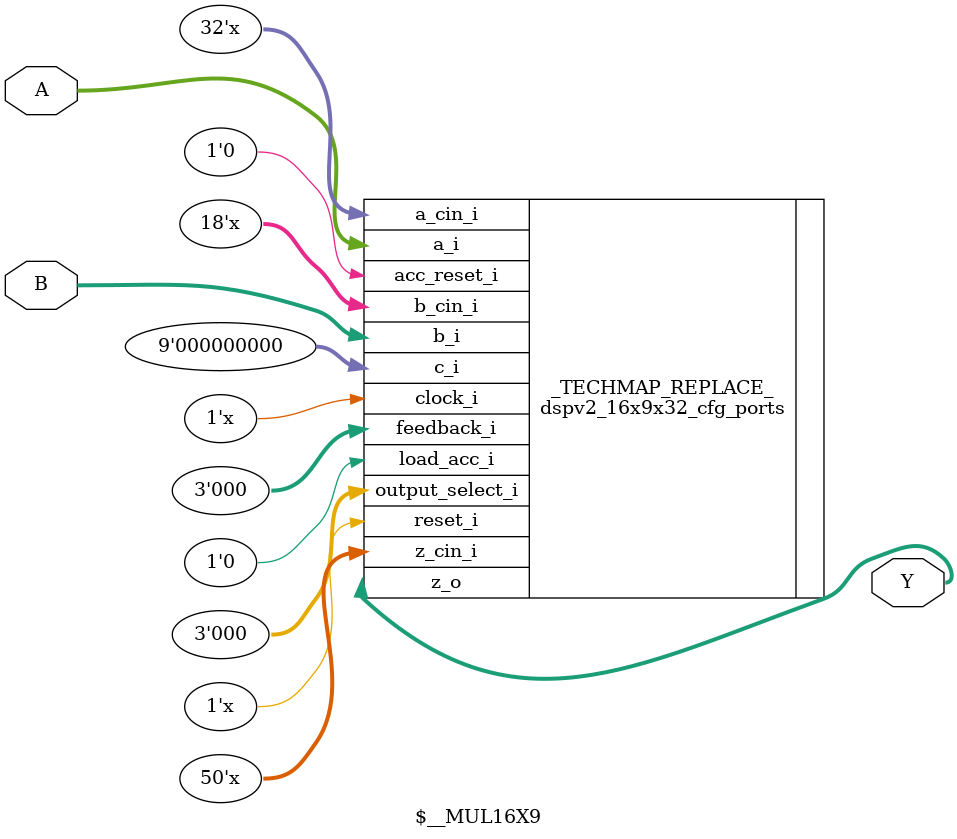
<source format=v>
module \$__MUL32X18 (input [31:0] A, input [17:0] B, output [49:0] Y);
    parameter A_SIGNED = 0;
    parameter B_SIGNED = 0;
    parameter A_WIDTH = 32;
    parameter B_WIDTH = 18;
    parameter Y_WIDTH = 50;

    dspv2_32x18x64_cfg_ports _TECHMAP_REPLACE_ (
        .a_i(A),
        .b_i(B),
        .c_i(18'd0),
        .z_o(Y),

        .clock_i(1'bx),
        .reset_i(1'bx),
        .acc_reset_i(1'b0),
        .feedback_i(3'd0),
        .load_acc_i(1'b0),
        .output_select_i(3'd0),
        .a_cin_i(32'dx),
        .b_cin_i(18'dx),
        .z_cin_i(50'dx),
/* TODO: connect to dummy wires?
        .a_cout_o(),
        .b_cout_o(),
        .z_cout_o(),
*/
    );
endmodule

module \$__MUL16X9 (input [15:0] A, input [8:0] B, output [24:0] Y);
    parameter A_SIGNED = 0;
    parameter B_SIGNED = 0;
    parameter A_WIDTH = 16;
    parameter B_WIDTH = 9;
    parameter Y_WIDTH = 25;

    dspv2_16x9x32_cfg_ports _TECHMAP_REPLACE_ (
        .a_i(A),
        .b_i(B),
        .c_i(9'd0),
        .z_o(Y),

        .clock_i(1'bx),
        .reset_i(1'bx),
        .acc_reset_i(1'b0),
        .feedback_i(3'd0),
        .load_acc_i(1'b0),
        .output_select_i(3'd0),
        .a_cin_i(32'dx),
        .b_cin_i(18'dx),
        .z_cin_i(50'dx),
/* TODO: connect to dummy wires?
        .a_cout_o(),
        .b_cout_o(),
        .z_cout_o(),
*/
    );
endmodule

</source>
